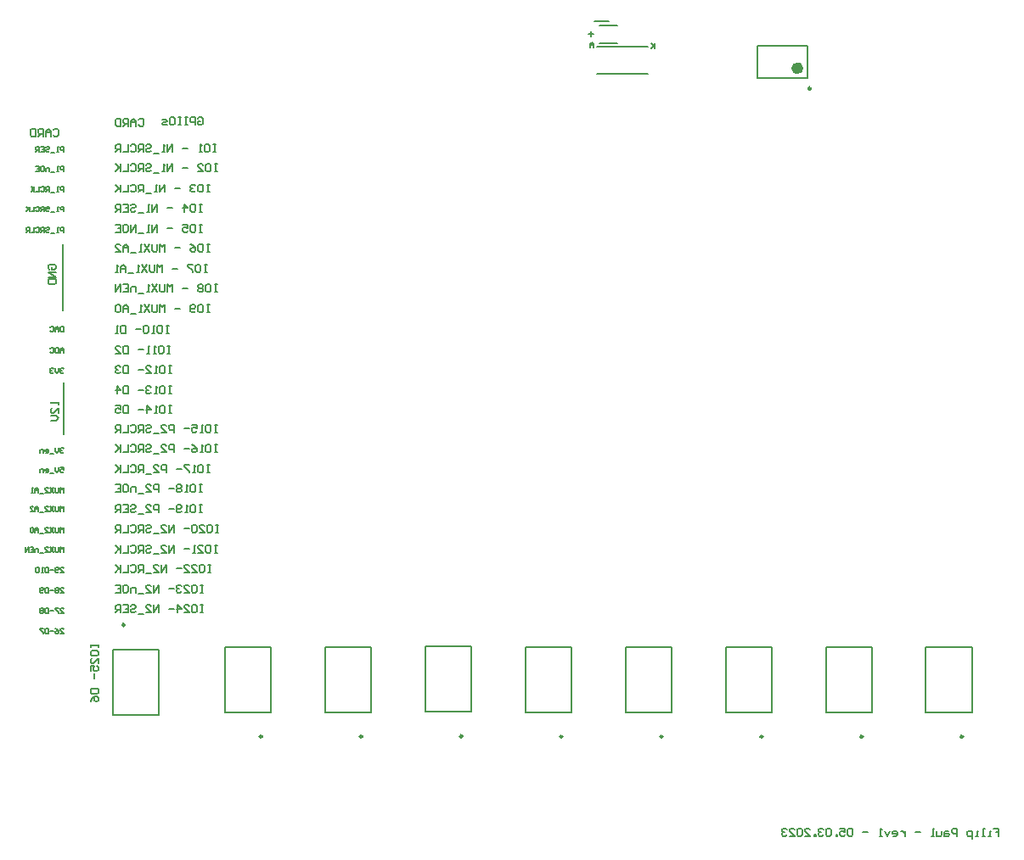
<source format=gbr>
%TF.GenerationSoftware,Altium Limited,Altium Designer,23.2.1 (34)*%
G04 Layer_Color=32896*
%FSLAX45Y45*%
%MOMM*%
%TF.SameCoordinates,83BFC8FC-9030-44E2-93D2-7D6D4A75544F*%
%TF.FilePolarity,Positive*%
%TF.FileFunction,Legend,Bot*%
%TF.Part,Single*%
G01*
G75*
%TA.AperFunction,NonConductor*%
%ADD82C,0.25000*%
%ADD83C,0.20000*%
%ADD85C,0.60000*%
%ADD88C,0.12700*%
%ADD91C,0.20320*%
%ADD92C,0.15000*%
D82*
X20289500Y3230000D02*
G03*
X20289500Y3230000I-12500J0D01*
G01*
X19291341D02*
G03*
X19291341Y3230000I-12500J0D01*
G01*
X18293181D02*
G03*
X18293181Y3230000I-12500J0D01*
G01*
X17295023D02*
G03*
X17295023Y3230000I-12500J0D01*
G01*
X16296863D02*
G03*
X16296863Y3230000I-12500J0D01*
G01*
X15298705Y3234052D02*
G03*
X15298705Y3234052I-12500J0D01*
G01*
X14300545Y3230000D02*
G03*
X14300545Y3230000I-12500J0D01*
G01*
X13302386D02*
G03*
X13302386Y3230000I-12500J0D01*
G01*
X11930180Y4344440D02*
G03*
X11930180Y4344440I-12500J0D01*
G01*
X18774159Y9699380D02*
G03*
X18774159Y9699380I-12500J0D01*
G01*
D83*
X19920000Y3475000D02*
Y4125000D01*
X20380000D01*
X19920000Y3475000D02*
X20380000D01*
Y4125000D01*
X18921840Y3475000D02*
Y4125000D01*
X19381841D01*
X18921840Y3475000D02*
X19381841D01*
Y4125000D01*
X17923682Y3475000D02*
Y4125000D01*
X18383681D01*
X17923682Y3475000D02*
X18383681D01*
Y4125000D01*
X16925522Y3475000D02*
Y4125000D01*
X17385522D01*
X16925522Y3475000D02*
X17385522D01*
Y4125000D01*
X15927364Y3475000D02*
Y4125000D01*
X16387363D01*
X15927364Y3475000D02*
X16387363D01*
Y4125000D01*
X14929204Y3479052D02*
Y4129052D01*
X15389204D01*
X14929204Y3479052D02*
X15389204D01*
Y4129052D01*
X13931046Y3475000D02*
Y4125000D01*
X14391045D01*
X13931046Y3475000D02*
X14391045D01*
Y4125000D01*
X12932886Y3475000D02*
Y4125000D01*
X13392886D01*
X12932886Y3475000D02*
X13392886D01*
Y4125000D01*
X12274680Y3449440D02*
Y4099440D01*
X11814680Y3449440D02*
X12274680D01*
X11814680Y4099440D02*
X12274680D01*
X11814680Y3449440D02*
Y4099440D01*
X16616240Y10368220D02*
X16756239D01*
X16641620Y10115400D02*
X17152020D01*
X16641620Y9849000D02*
X17152020D01*
X16558881Y10241280D02*
X16608881D01*
X16583881Y10216280D02*
Y10266280D01*
X16666380Y10151280D02*
X16846381D01*
X16666380Y10331280D02*
X16846381D01*
X18238660Y9801880D02*
X18738660D01*
X18238660Y10121880D02*
X18738660D01*
Y9801880D02*
Y10121880D01*
X18238660Y9801880D02*
Y10121880D01*
D85*
X18668660Y9901880D02*
G03*
X18668660Y9901880I-30000J0D01*
G01*
D88*
X11310620Y7487920D02*
Y8143240D01*
X11320780Y6248400D02*
Y6764020D01*
X17214320Y10147278D02*
Y10096495D01*
Y10113423D01*
X17180464Y10147278D01*
X17205856Y10121887D01*
X17180464Y10096495D01*
X16604720Y10109195D02*
Y10143051D01*
X16587791Y10159978D01*
X16570863Y10143051D01*
Y10109195D01*
Y10134587D01*
X16604720D01*
D91*
X12656970Y9397813D02*
X12669632Y9410475D01*
X12694957D01*
X12707620Y9397813D01*
Y9347163D01*
X12694957Y9334500D01*
X12669632D01*
X12656970Y9347163D01*
Y9372488D01*
X12682295D01*
X12631645Y9334500D02*
Y9410475D01*
X12593657D01*
X12580994Y9397813D01*
Y9372488D01*
X12593657Y9359825D01*
X12631645D01*
X12555669Y9410475D02*
X12530344D01*
X12543006D01*
Y9334500D01*
X12555669D01*
X12530344D01*
X12492356Y9410475D02*
X12467031D01*
X12479693D01*
Y9334500D01*
X12492356D01*
X12467031D01*
X12391055Y9410475D02*
X12416380D01*
X12429043Y9397813D01*
Y9347163D01*
X12416380Y9334500D01*
X12391055D01*
X12378393Y9347163D01*
Y9397813D01*
X12391055Y9410475D01*
X12353067Y9334500D02*
X12315080D01*
X12302417Y9347163D01*
X12315080Y9359825D01*
X12340405D01*
X12353067Y9372488D01*
X12340405Y9385150D01*
X12302417D01*
X20597009Y2313641D02*
X20647659D01*
Y2275653D01*
X20622334D01*
X20647659D01*
Y2237665D01*
X20571684D02*
X20546359D01*
X20559023D01*
Y2288315D01*
X20571684D01*
X20508371Y2237665D02*
X20483046D01*
X20495709D01*
Y2313641D01*
X20508371D01*
X20445058Y2237665D02*
X20419733D01*
X20432396D01*
Y2288315D01*
X20445058D01*
X20381744Y2212340D02*
Y2288315D01*
X20343758D01*
X20331094Y2275653D01*
Y2250328D01*
X20343758Y2237665D01*
X20381744D01*
X20229794D02*
Y2313641D01*
X20191808D01*
X20179144Y2300978D01*
Y2275653D01*
X20191808Y2262990D01*
X20229794D01*
X20141156Y2288315D02*
X20115831D01*
X20103169Y2275653D01*
Y2237665D01*
X20141156D01*
X20153819Y2250328D01*
X20141156Y2262990D01*
X20103169D01*
X20077844Y2288315D02*
Y2250328D01*
X20065181Y2237665D01*
X20027193D01*
Y2288315D01*
X20001868Y2237665D02*
X19976543D01*
X19989204D01*
Y2313641D01*
X20001868D01*
X19862579Y2275653D02*
X19811929D01*
X19710629Y2288315D02*
Y2237665D01*
Y2262990D01*
X19697966Y2275653D01*
X19685304Y2288315D01*
X19672641D01*
X19596664Y2237665D02*
X19621989D01*
X19634653Y2250328D01*
Y2275653D01*
X19621989Y2288315D01*
X19596664D01*
X19584003Y2275653D01*
Y2262990D01*
X19634653D01*
X19558678Y2288315D02*
X19533353Y2237665D01*
X19508028Y2288315D01*
X19482703Y2237665D02*
X19457378D01*
X19470039D01*
Y2313641D01*
X19482703Y2300978D01*
X19343414Y2275653D02*
X19292763D01*
X19191463Y2300978D02*
X19178799Y2313641D01*
X19153474D01*
X19140813Y2300978D01*
Y2250328D01*
X19153474Y2237665D01*
X19178799D01*
X19191463Y2250328D01*
Y2300978D01*
X19064838Y2313641D02*
X19115488D01*
Y2275653D01*
X19090163Y2288315D01*
X19077499D01*
X19064838Y2275653D01*
Y2250328D01*
X19077499Y2237665D01*
X19102824D01*
X19115488Y2250328D01*
X19039513Y2237665D02*
Y2250328D01*
X19026849D01*
Y2237665D01*
X19039513D01*
X18976199Y2300978D02*
X18963536Y2313641D01*
X18938211D01*
X18925548Y2300978D01*
Y2250328D01*
X18938211Y2237665D01*
X18963536D01*
X18976199Y2250328D01*
Y2300978D01*
X18900223D02*
X18887561Y2313641D01*
X18862236D01*
X18849573Y2300978D01*
Y2288315D01*
X18862236Y2275653D01*
X18874898D01*
X18862236D01*
X18849573Y2262990D01*
Y2250328D01*
X18862236Y2237665D01*
X18887561D01*
X18900223Y2250328D01*
X18824248Y2237665D02*
Y2250328D01*
X18811584D01*
Y2237665D01*
X18824248D01*
X18710284D02*
X18760934D01*
X18710284Y2288315D01*
Y2300978D01*
X18722948Y2313641D01*
X18748273D01*
X18760934Y2300978D01*
X18684959D02*
X18672298Y2313641D01*
X18646973D01*
X18634309Y2300978D01*
Y2250328D01*
X18646973Y2237665D01*
X18672298D01*
X18684959Y2250328D01*
Y2300978D01*
X18558333Y2237665D02*
X18608984D01*
X18558333Y2288315D01*
Y2300978D01*
X18570996Y2313641D01*
X18596321D01*
X18608984Y2300978D01*
X18533008D02*
X18520346Y2313641D01*
X18495021D01*
X18482358Y2300978D01*
Y2288315D01*
X18495021Y2275653D01*
X18507683D01*
X18495021D01*
X18482358Y2262990D01*
Y2250328D01*
X18495021Y2237665D01*
X18520346D01*
X18533008Y2250328D01*
X12713149Y4545618D02*
X12687824D01*
X12700486D01*
Y4469643D01*
X12713149D01*
X12687824D01*
X12611848Y4545618D02*
X12637173D01*
X12649836Y4532956D01*
Y4482305D01*
X12637173Y4469643D01*
X12611848D01*
X12599186Y4482305D01*
Y4532956D01*
X12611848Y4545618D01*
X12523210Y4469643D02*
X12573861D01*
X12523210Y4520293D01*
Y4532956D01*
X12535873Y4545618D01*
X12561198D01*
X12573861Y4532956D01*
X12459897Y4469643D02*
Y4545618D01*
X12497885Y4507630D01*
X12447235D01*
X12421910D02*
X12371259D01*
X12269959Y4469643D02*
Y4545618D01*
X12219308Y4469643D01*
Y4545618D01*
X12143333Y4469643D02*
X12193983D01*
X12143333Y4520293D01*
Y4532956D01*
X12155996Y4545618D01*
X12181321D01*
X12193983Y4532956D01*
X12118008Y4456980D02*
X12067357D01*
X11991382Y4532956D02*
X12004045Y4545618D01*
X12029370D01*
X12042032Y4532956D01*
Y4520293D01*
X12029370Y4507630D01*
X12004045D01*
X11991382Y4494968D01*
Y4482305D01*
X12004045Y4469643D01*
X12029370D01*
X12042032Y4482305D01*
X11915406Y4545618D02*
X11966057D01*
Y4469643D01*
X11915406D01*
X11966057Y4507630D02*
X11940732D01*
X11890081Y4469643D02*
Y4545618D01*
X11852094D01*
X11839431Y4532956D01*
Y4507630D01*
X11852094Y4494968D01*
X11890081D01*
X11864756D02*
X11839431Y4469643D01*
X12396585Y6728535D02*
X12371260D01*
X12383922D01*
Y6652560D01*
X12396585D01*
X12371260D01*
X12295284Y6728535D02*
X12320609D01*
X12333272Y6715873D01*
Y6665223D01*
X12320609Y6652560D01*
X12295284D01*
X12282621Y6665223D01*
Y6715873D01*
X12295284Y6728535D01*
X12257296Y6652560D02*
X12231971D01*
X12244634D01*
Y6728535D01*
X12257296Y6715873D01*
X12193983D02*
X12181321Y6728535D01*
X12155996D01*
X12143333Y6715873D01*
Y6703210D01*
X12155996Y6690548D01*
X12168658D01*
X12155996D01*
X12143333Y6677885D01*
Y6665223D01*
X12155996Y6652560D01*
X12181321D01*
X12193983Y6665223D01*
X12118008Y6690548D02*
X12067357D01*
X11966057Y6728535D02*
Y6652560D01*
X11928069D01*
X11915406Y6665223D01*
Y6715873D01*
X11928069Y6728535D01*
X11966057D01*
X11852094Y6652560D02*
Y6728535D01*
X11890081Y6690548D01*
X11839431D01*
X12396585Y6532955D02*
X12371260D01*
X12383922D01*
Y6456980D01*
X12396585D01*
X12371260D01*
X12295284Y6532955D02*
X12320609D01*
X12333272Y6520293D01*
Y6469643D01*
X12320609Y6456980D01*
X12295284D01*
X12282621Y6469643D01*
Y6520293D01*
X12295284Y6532955D01*
X12257296Y6456980D02*
X12231971D01*
X12244634D01*
Y6532955D01*
X12257296Y6520293D01*
X12155996Y6456980D02*
Y6532955D01*
X12193983Y6494968D01*
X12143333D01*
X12118008D02*
X12067357D01*
X11966057Y6532955D02*
Y6456980D01*
X11928069D01*
X11915406Y6469643D01*
Y6520293D01*
X11928069Y6532955D01*
X11966057D01*
X11839431D02*
X11890081D01*
Y6494968D01*
X11864756Y6507630D01*
X11852094D01*
X11839431Y6494968D01*
Y6469643D01*
X11852094Y6456980D01*
X11877419D01*
X11890081Y6469643D01*
X12383922Y7128535D02*
X12358597D01*
X12371260D01*
Y7052560D01*
X12383922D01*
X12358597D01*
X12282622Y7128535D02*
X12307947D01*
X12320609Y7115873D01*
Y7065223D01*
X12307947Y7052560D01*
X12282622D01*
X12269959Y7065223D01*
Y7115873D01*
X12282622Y7128535D01*
X12244634Y7052560D02*
X12219309D01*
X12231971D01*
Y7128535D01*
X12244634Y7115873D01*
X12181321Y7052560D02*
X12155996D01*
X12168658D01*
Y7128535D01*
X12181321Y7115873D01*
X12118008Y7090548D02*
X12067357D01*
X11966057Y7128535D02*
Y7052560D01*
X11928069D01*
X11915406Y7065223D01*
Y7115873D01*
X11928069Y7128535D01*
X11966057D01*
X11839431Y7052560D02*
X11890081D01*
X11839431Y7103210D01*
Y7115873D01*
X11852094Y7128535D01*
X11877419D01*
X11890081Y7115873D01*
X12396585Y6932955D02*
X12371260D01*
X12383922D01*
Y6856980D01*
X12396585D01*
X12371260D01*
X12295284Y6932955D02*
X12320609D01*
X12333272Y6920293D01*
Y6869643D01*
X12320609Y6856980D01*
X12295284D01*
X12282621Y6869643D01*
Y6920293D01*
X12295284Y6932955D01*
X12257296Y6856980D02*
X12231971D01*
X12244634D01*
Y6932955D01*
X12257296Y6920293D01*
X12143333Y6856980D02*
X12193983D01*
X12143333Y6907630D01*
Y6920293D01*
X12155996Y6932955D01*
X12181321D01*
X12193983Y6920293D01*
X12118008Y6894968D02*
X12067357D01*
X11966057Y6932955D02*
Y6856980D01*
X11928069D01*
X11915406Y6869643D01*
Y6920293D01*
X11928069Y6932955D01*
X11966057D01*
X11890081Y6920293D02*
X11877419Y6932955D01*
X11852094D01*
X11839431Y6920293D01*
Y6907630D01*
X11852094Y6894968D01*
X11864756D01*
X11852094D01*
X11839431Y6882305D01*
Y6869643D01*
X11852094Y6856980D01*
X11877419D01*
X11890081Y6869643D01*
X12371259Y7332955D02*
X12345934D01*
X12358597D01*
Y7256980D01*
X12371259D01*
X12345934D01*
X12269959Y7332955D02*
X12295284D01*
X12307946Y7320293D01*
Y7269643D01*
X12295284Y7256980D01*
X12269959D01*
X12257296Y7269643D01*
Y7320293D01*
X12269959Y7332955D01*
X12231971Y7256980D02*
X12206646D01*
X12219308D01*
Y7332955D01*
X12231971Y7320293D01*
X12168658D02*
X12155995Y7332955D01*
X12130670D01*
X12118008Y7320293D01*
Y7269643D01*
X12130670Y7256980D01*
X12155995D01*
X12168658Y7269643D01*
Y7320293D01*
X12092682Y7294968D02*
X12042032D01*
X11940732Y7332955D02*
Y7256980D01*
X11902744D01*
X11890081Y7269643D01*
Y7320293D01*
X11902744Y7332955D01*
X11940732D01*
X11864756Y7256980D02*
X11839431D01*
X11852093D01*
Y7332955D01*
X11864756Y7320293D01*
X12776462Y7541198D02*
X12751137D01*
X12763799D01*
Y7465223D01*
X12776462D01*
X12751137D01*
X12675161Y7541198D02*
X12700486D01*
X12713149Y7528536D01*
Y7477885D01*
X12700486Y7465223D01*
X12675161D01*
X12662499Y7477885D01*
Y7528536D01*
X12675161Y7541198D01*
X12637174Y7477885D02*
X12624511Y7465223D01*
X12599186D01*
X12586523Y7477885D01*
Y7528536D01*
X12599186Y7541198D01*
X12624511D01*
X12637174Y7528536D01*
Y7515873D01*
X12624511Y7503210D01*
X12586523D01*
X12485223D02*
X12434572D01*
X12333272Y7465223D02*
Y7541198D01*
X12307947Y7515873D01*
X12282621Y7541198D01*
Y7465223D01*
X12257296Y7541198D02*
Y7477885D01*
X12244634Y7465223D01*
X12219309D01*
X12206646Y7477885D01*
Y7541198D01*
X12181321D02*
X12130670Y7465223D01*
Y7541198D02*
X12181321Y7465223D01*
X12105345D02*
X12080020D01*
X12092683D01*
Y7541198D01*
X12105345Y7528536D01*
X12042032Y7452560D02*
X11991382D01*
X11966057Y7465223D02*
Y7515873D01*
X11940732Y7541198D01*
X11915406Y7515873D01*
Y7465223D01*
Y7503210D01*
X11966057D01*
X11890081Y7528536D02*
X11877419Y7541198D01*
X11852094D01*
X11839431Y7528536D01*
Y7477885D01*
X11852094Y7465223D01*
X11877419D01*
X11890081Y7477885D01*
Y7528536D01*
X12776462Y8145618D02*
X12751137D01*
X12763799D01*
Y8069642D01*
X12776462D01*
X12751137D01*
X12675161Y8145618D02*
X12700486D01*
X12713149Y8132956D01*
Y8082305D01*
X12700486Y8069642D01*
X12675161D01*
X12662499Y8082305D01*
Y8132956D01*
X12675161Y8145618D01*
X12586523D02*
X12611849Y8132956D01*
X12637174Y8107630D01*
Y8082305D01*
X12624511Y8069642D01*
X12599186D01*
X12586523Y8082305D01*
Y8094968D01*
X12599186Y8107630D01*
X12637174D01*
X12485223D02*
X12434572D01*
X12333272Y8069642D02*
Y8145618D01*
X12307947Y8120293D01*
X12282621Y8145618D01*
Y8069642D01*
X12257296Y8145618D02*
Y8082305D01*
X12244634Y8069642D01*
X12219309D01*
X12206646Y8082305D01*
Y8145618D01*
X12181321D02*
X12130670Y8069642D01*
Y8145618D02*
X12181321Y8069642D01*
X12105345D02*
X12080020D01*
X12092683D01*
Y8145618D01*
X12105345Y8132956D01*
X12042032Y8056980D02*
X11991382D01*
X11966057Y8069642D02*
Y8120293D01*
X11940732Y8145618D01*
X11915406Y8120293D01*
Y8069642D01*
Y8107630D01*
X11966057D01*
X11839431Y8069642D02*
X11890081D01*
X11839431Y8120293D01*
Y8132956D01*
X11852094Y8145618D01*
X11877419D01*
X11890081Y8132956D01*
X12776462Y8741198D02*
X12751137D01*
X12763799D01*
Y8665223D01*
X12776462D01*
X12751137D01*
X12675161Y8741198D02*
X12700486D01*
X12713149Y8728536D01*
Y8677885D01*
X12700486Y8665223D01*
X12675161D01*
X12662499Y8677885D01*
Y8728536D01*
X12675161Y8741198D01*
X12637174Y8728536D02*
X12624511Y8741198D01*
X12599186D01*
X12586523Y8728536D01*
Y8715873D01*
X12599186Y8703210D01*
X12611849D01*
X12599186D01*
X12586523Y8690548D01*
Y8677885D01*
X12599186Y8665223D01*
X12624511D01*
X12637174Y8677885D01*
X12485223Y8703210D02*
X12434572D01*
X12333272Y8665223D02*
Y8741198D01*
X12282621Y8665223D01*
Y8741198D01*
X12257296Y8665223D02*
X12231971D01*
X12244634D01*
Y8741198D01*
X12257296Y8728536D01*
X12193983Y8652560D02*
X12143333D01*
X12118008Y8665223D02*
Y8741198D01*
X12080020D01*
X12067357Y8728536D01*
Y8703210D01*
X12080020Y8690548D01*
X12118008D01*
X12092683D02*
X12067357Y8665223D01*
X11991382Y8728536D02*
X12004045Y8741198D01*
X12029370D01*
X12042032Y8728536D01*
Y8677885D01*
X12029370Y8665223D01*
X12004045D01*
X11991382Y8677885D01*
X11966057Y8741198D02*
Y8665223D01*
X11915406D01*
X11890081Y8741198D02*
Y8665223D01*
Y8690548D01*
X11839431Y8741198D01*
X11877419Y8703210D01*
X11839431Y8665223D01*
X12700487Y8341198D02*
X12675162D01*
X12687824D01*
Y8265222D01*
X12700487D01*
X12675162D01*
X12599186Y8341198D02*
X12624511D01*
X12637174Y8328536D01*
Y8277885D01*
X12624511Y8265222D01*
X12599186D01*
X12586523Y8277885D01*
Y8328536D01*
X12599186Y8341198D01*
X12510548D02*
X12561198D01*
Y8303210D01*
X12535873Y8315873D01*
X12523210D01*
X12510548Y8303210D01*
Y8277885D01*
X12523210Y8265222D01*
X12548535D01*
X12561198Y8277885D01*
X12409247Y8303210D02*
X12358597D01*
X12257296Y8265222D02*
Y8341198D01*
X12206646Y8265222D01*
Y8341198D01*
X12181321Y8265222D02*
X12155996D01*
X12168658D01*
Y8341198D01*
X12181321Y8328536D01*
X12118008Y8252560D02*
X12067357D01*
X12042032Y8265222D02*
Y8341198D01*
X11991382Y8265222D01*
Y8341198D01*
X11928069D02*
X11953394D01*
X11966057Y8328536D01*
Y8277885D01*
X11953394Y8265222D01*
X11928069D01*
X11915406Y8277885D01*
Y8328536D01*
X11928069Y8341198D01*
X11839431D02*
X11890081D01*
Y8265222D01*
X11839431D01*
X11890081Y8303210D02*
X11864756D01*
X12852438Y7745618D02*
X12827113D01*
X12839775D01*
Y7669643D01*
X12852438D01*
X12827113D01*
X12751137Y7745618D02*
X12776462D01*
X12789125Y7732956D01*
Y7682305D01*
X12776462Y7669643D01*
X12751137D01*
X12738474Y7682305D01*
Y7732956D01*
X12751137Y7745618D01*
X12713149Y7732956D02*
X12700486Y7745618D01*
X12675161D01*
X12662499Y7732956D01*
Y7720293D01*
X12675161Y7707630D01*
X12662499Y7694968D01*
Y7682305D01*
X12675161Y7669643D01*
X12700486D01*
X12713149Y7682305D01*
Y7694968D01*
X12700486Y7707630D01*
X12713149Y7720293D01*
Y7732956D01*
X12700486Y7707630D02*
X12675161D01*
X12561198D02*
X12510548D01*
X12409247Y7669643D02*
Y7745618D01*
X12383922Y7720293D01*
X12358597Y7745618D01*
Y7669643D01*
X12333272Y7745618D02*
Y7682305D01*
X12320609Y7669643D01*
X12295284D01*
X12282621Y7682305D01*
Y7745618D01*
X12257296D02*
X12206646Y7669643D01*
Y7745618D02*
X12257296Y7669643D01*
X12181321D02*
X12155996D01*
X12168658D01*
Y7745618D01*
X12181321Y7732956D01*
X12118008Y7656980D02*
X12067357D01*
X12042032Y7669643D02*
Y7720293D01*
X12004045D01*
X11991382Y7707630D01*
Y7669643D01*
X11915406Y7745618D02*
X11966057D01*
Y7669643D01*
X11915406D01*
X11966057Y7707630D02*
X11940732D01*
X11890081Y7669643D02*
Y7745618D01*
X11839431Y7669643D01*
Y7745618D01*
X12700487Y8545618D02*
X12675162D01*
X12687824D01*
Y8469643D01*
X12700487D01*
X12675162D01*
X12599186Y8545618D02*
X12624511D01*
X12637174Y8532956D01*
Y8482305D01*
X12624511Y8469643D01*
X12599186D01*
X12586523Y8482305D01*
Y8532956D01*
X12599186Y8545618D01*
X12523210Y8469643D02*
Y8545618D01*
X12561198Y8507630D01*
X12510548D01*
X12409247D02*
X12358597D01*
X12257296Y8469643D02*
Y8545618D01*
X12206646Y8469643D01*
Y8545618D01*
X12181321Y8469643D02*
X12155996D01*
X12168658D01*
Y8545618D01*
X12181321Y8532956D01*
X12118008Y8456980D02*
X12067357D01*
X11991382Y8532956D02*
X12004045Y8545618D01*
X12029370D01*
X12042032Y8532956D01*
Y8520293D01*
X12029370Y8507630D01*
X12004045D01*
X11991382Y8494968D01*
Y8482305D01*
X12004045Y8469643D01*
X12029370D01*
X12042032Y8482305D01*
X11915406Y8545618D02*
X11966057D01*
Y8469643D01*
X11915406D01*
X11966057Y8507630D02*
X11940732D01*
X11890081Y8469643D02*
Y8545618D01*
X11852094D01*
X11839431Y8532956D01*
Y8507630D01*
X11852094Y8494968D01*
X11890081D01*
X11864756D02*
X11839431Y8469643D01*
X12852438Y8945618D02*
X12827113D01*
X12839775D01*
Y8869643D01*
X12852438D01*
X12827113D01*
X12751137Y8945618D02*
X12776462D01*
X12789125Y8932956D01*
Y8882305D01*
X12776462Y8869643D01*
X12751137D01*
X12738474Y8882305D01*
Y8932956D01*
X12751137Y8945618D01*
X12662499Y8869643D02*
X12713149D01*
X12662499Y8920293D01*
Y8932956D01*
X12675161Y8945618D01*
X12700486D01*
X12713149Y8932956D01*
X12561198Y8907630D02*
X12510548D01*
X12409247Y8869643D02*
Y8945618D01*
X12358597Y8869643D01*
Y8945618D01*
X12333272Y8869643D02*
X12307947D01*
X12320609D01*
Y8945618D01*
X12333272Y8932956D01*
X12269959Y8856980D02*
X12219308D01*
X12143333Y8932956D02*
X12155996Y8945618D01*
X12181321D01*
X12193983Y8932956D01*
Y8920293D01*
X12181321Y8907630D01*
X12155996D01*
X12143333Y8894968D01*
Y8882305D01*
X12155996Y8869643D01*
X12181321D01*
X12193983Y8882305D01*
X12118008Y8869643D02*
Y8945618D01*
X12080020D01*
X12067357Y8932956D01*
Y8907630D01*
X12080020Y8894968D01*
X12118008D01*
X12092683D02*
X12067357Y8869643D01*
X11991382Y8932956D02*
X12004045Y8945618D01*
X12029370D01*
X12042032Y8932956D01*
Y8882305D01*
X12029370Y8869643D01*
X12004045D01*
X11991382Y8882305D01*
X11966057Y8945618D02*
Y8869643D01*
X11915406D01*
X11890081Y8945618D02*
Y8869643D01*
Y8894968D01*
X11839431Y8945618D01*
X11877419Y8907630D01*
X11839431Y8869643D01*
X12751137Y7941198D02*
X12725812D01*
X12738474D01*
Y7865223D01*
X12751137D01*
X12725812D01*
X12649836Y7941198D02*
X12675161D01*
X12687824Y7928536D01*
Y7877885D01*
X12675161Y7865223D01*
X12649836D01*
X12637173Y7877885D01*
Y7928536D01*
X12649836Y7941198D01*
X12611848D02*
X12561198D01*
Y7928536D01*
X12611848Y7877885D01*
Y7865223D01*
X12459897Y7903210D02*
X12409247D01*
X12307946Y7865223D02*
Y7941198D01*
X12282621Y7915873D01*
X12257296Y7941198D01*
Y7865223D01*
X12231971Y7941198D02*
Y7877885D01*
X12219308Y7865223D01*
X12193983D01*
X12181321Y7877885D01*
Y7941198D01*
X12155996D02*
X12105345Y7865223D01*
Y7941198D02*
X12155996Y7865223D01*
X12080020D02*
X12054695D01*
X12067357D01*
Y7941198D01*
X12080020Y7928536D01*
X12016707Y7852560D02*
X11966057D01*
X11940732Y7865223D02*
Y7915873D01*
X11915406Y7941198D01*
X11890081Y7915873D01*
Y7865223D01*
Y7903210D01*
X11940732D01*
X11864756Y7865223D02*
X11839431D01*
X11852093D01*
Y7941198D01*
X11864756Y7928536D01*
X12839775Y9141198D02*
X12814450D01*
X12827113D01*
Y9065223D01*
X12839775D01*
X12814450D01*
X12738474Y9141198D02*
X12763799D01*
X12776462Y9128536D01*
Y9077885D01*
X12763799Y9065223D01*
X12738474D01*
X12725812Y9077885D01*
Y9128536D01*
X12738474Y9141198D01*
X12700487Y9065223D02*
X12675162D01*
X12687824D01*
Y9141198D01*
X12700487Y9128536D01*
X12561198Y9103210D02*
X12510548D01*
X12409247Y9065223D02*
Y9141198D01*
X12358597Y9065223D01*
Y9141198D01*
X12333272Y9065223D02*
X12307947D01*
X12320609D01*
Y9141198D01*
X12333272Y9128536D01*
X12269959Y9052560D02*
X12219308D01*
X12143333Y9128536D02*
X12155996Y9141198D01*
X12181321D01*
X12193983Y9128536D01*
Y9115873D01*
X12181321Y9103210D01*
X12155996D01*
X12143333Y9090548D01*
Y9077885D01*
X12155996Y9065223D01*
X12181321D01*
X12193983Y9077885D01*
X12118008Y9065223D02*
Y9141198D01*
X12080020D01*
X12067357Y9128536D01*
Y9103210D01*
X12080020Y9090548D01*
X12118008D01*
X12092683D02*
X12067357Y9065223D01*
X11991382Y9128536D02*
X12004045Y9141198D01*
X12029370D01*
X12042032Y9128536D01*
Y9077885D01*
X12029370Y9065223D01*
X12004045D01*
X11991382Y9077885D01*
X11966057Y9141198D02*
Y9065223D01*
X11915406D01*
X11890081D02*
Y9141198D01*
X11852094D01*
X11839431Y9128536D01*
Y9103210D01*
X11852094Y9090548D01*
X11890081D01*
X11864756D02*
X11839431Y9065223D01*
X12713149Y4741198D02*
X12687824D01*
X12700486D01*
Y4665223D01*
X12713149D01*
X12687824D01*
X12611848Y4741198D02*
X12637173D01*
X12649836Y4728536D01*
Y4677885D01*
X12637173Y4665223D01*
X12611848D01*
X12599186Y4677885D01*
Y4728536D01*
X12611848Y4741198D01*
X12523210Y4665223D02*
X12573861D01*
X12523210Y4715873D01*
Y4728536D01*
X12535873Y4741198D01*
X12561198D01*
X12573861Y4728536D01*
X12497885D02*
X12485222Y4741198D01*
X12459897D01*
X12447235Y4728536D01*
Y4715873D01*
X12459897Y4703210D01*
X12472560D01*
X12459897D01*
X12447235Y4690548D01*
Y4677885D01*
X12459897Y4665223D01*
X12485222D01*
X12497885Y4677885D01*
X12421910Y4703210D02*
X12371259D01*
X12269959Y4665223D02*
Y4741198D01*
X12219308Y4665223D01*
Y4741198D01*
X12143333Y4665223D02*
X12193983D01*
X12143333Y4715873D01*
Y4728536D01*
X12155996Y4741198D01*
X12181321D01*
X12193983Y4728536D01*
X12118008Y4652560D02*
X12067357D01*
X12042032Y4665223D02*
Y4715873D01*
X12004045D01*
X11991382Y4703210D01*
Y4665223D01*
X11928069Y4741198D02*
X11953394D01*
X11966057Y4728536D01*
Y4677885D01*
X11953394Y4665223D01*
X11928069D01*
X11915406Y4677885D01*
Y4728536D01*
X11928069Y4741198D01*
X11839431D02*
X11890081D01*
Y4665223D01*
X11839431D01*
X11890081Y4703210D02*
X11864756D01*
X11590245Y4150360D02*
Y4125035D01*
Y4137697D01*
X11666220D01*
Y4150360D01*
Y4125035D01*
X11590245Y4049059D02*
Y4074384D01*
X11602907Y4087047D01*
X11653557D01*
X11666220Y4074384D01*
Y4049059D01*
X11653557Y4036397D01*
X11602907D01*
X11590245Y4049059D01*
X11666220Y3960421D02*
Y4011071D01*
X11615570Y3960421D01*
X11602907D01*
X11590245Y3973084D01*
Y3998409D01*
X11602907Y4011071D01*
X11590245Y3884446D02*
Y3935096D01*
X11628232D01*
X11615570Y3909771D01*
Y3897108D01*
X11628232Y3884446D01*
X11653557D01*
X11666220Y3897108D01*
Y3922433D01*
X11653557Y3935096D01*
X11628232Y3859121D02*
Y3808470D01*
X11590245Y3707170D02*
X11666220D01*
Y3669182D01*
X11653557Y3656519D01*
X11602907D01*
X11590245Y3669182D01*
Y3707170D01*
Y3580544D02*
X11602907Y3605869D01*
X11628232Y3631194D01*
X11653557D01*
X11666220Y3618531D01*
Y3593206D01*
X11653557Y3580544D01*
X11640895D01*
X11628232Y3593206D01*
Y3631194D01*
X12852438Y5141198D02*
X12827113D01*
X12839775D01*
Y5065223D01*
X12852438D01*
X12827113D01*
X12751137Y5141198D02*
X12776462D01*
X12789125Y5128536D01*
Y5077885D01*
X12776462Y5065223D01*
X12751137D01*
X12738474Y5077885D01*
Y5128536D01*
X12751137Y5141198D01*
X12662499Y5065223D02*
X12713149D01*
X12662499Y5115873D01*
Y5128536D01*
X12675161Y5141198D01*
X12700486D01*
X12713149Y5128536D01*
X12637174Y5065223D02*
X12611849D01*
X12624511D01*
Y5141198D01*
X12637174Y5128536D01*
X12573861Y5103210D02*
X12523210D01*
X12421910Y5065223D02*
Y5141198D01*
X12371259Y5065223D01*
Y5141198D01*
X12295284Y5065223D02*
X12345934D01*
X12295284Y5115873D01*
Y5128536D01*
X12307946Y5141198D01*
X12333271D01*
X12345934Y5128536D01*
X12269959Y5052560D02*
X12219308D01*
X12143333Y5128536D02*
X12155996Y5141198D01*
X12181321D01*
X12193983Y5128536D01*
Y5115873D01*
X12181321Y5103210D01*
X12155996D01*
X12143333Y5090548D01*
Y5077885D01*
X12155996Y5065223D01*
X12181321D01*
X12193983Y5077885D01*
X12118008Y5065223D02*
Y5141198D01*
X12080020D01*
X12067357Y5128536D01*
Y5103210D01*
X12080020Y5090548D01*
X12118008D01*
X12092683D02*
X12067357Y5065223D01*
X11991382Y5128536D02*
X12004045Y5141198D01*
X12029370D01*
X12042032Y5128536D01*
Y5077885D01*
X12029370Y5065223D01*
X12004045D01*
X11991382Y5077885D01*
X11966057Y5141198D02*
Y5065223D01*
X11915406D01*
X11890081Y5141198D02*
Y5065223D01*
Y5090548D01*
X11839431Y5141198D01*
X11877419Y5103210D01*
X11839431Y5065223D01*
X12852438Y6341198D02*
X12827113D01*
X12839775D01*
Y6265223D01*
X12852438D01*
X12827113D01*
X12751137Y6341198D02*
X12776462D01*
X12789125Y6328536D01*
Y6277885D01*
X12776462Y6265223D01*
X12751137D01*
X12738474Y6277885D01*
Y6328536D01*
X12751137Y6341198D01*
X12713149Y6265223D02*
X12687824D01*
X12700486D01*
Y6341198D01*
X12713149Y6328536D01*
X12599186Y6341198D02*
X12649836D01*
Y6303210D01*
X12624511Y6315873D01*
X12611848D01*
X12599186Y6303210D01*
Y6277885D01*
X12611848Y6265223D01*
X12637173D01*
X12649836Y6277885D01*
X12573861Y6303210D02*
X12523210D01*
X12421910Y6265223D02*
Y6341198D01*
X12383922D01*
X12371259Y6328536D01*
Y6303210D01*
X12383922Y6290548D01*
X12421910D01*
X12295284Y6265223D02*
X12345934D01*
X12295284Y6315873D01*
Y6328536D01*
X12307946Y6341198D01*
X12333271D01*
X12345934Y6328536D01*
X12269959Y6252560D02*
X12219308D01*
X12143333Y6328536D02*
X12155996Y6341198D01*
X12181321D01*
X12193983Y6328536D01*
Y6315873D01*
X12181321Y6303210D01*
X12155996D01*
X12143333Y6290548D01*
Y6277885D01*
X12155996Y6265223D01*
X12181321D01*
X12193983Y6277885D01*
X12118008Y6265223D02*
Y6341198D01*
X12080020D01*
X12067357Y6328536D01*
Y6303210D01*
X12080020Y6290548D01*
X12118008D01*
X12092683D02*
X12067357Y6265223D01*
X11991382Y6328536D02*
X12004045Y6341198D01*
X12029370D01*
X12042032Y6328536D01*
Y6277885D01*
X12029370Y6265223D01*
X12004045D01*
X11991382Y6277885D01*
X11966057Y6341198D02*
Y6265223D01*
X11915406D01*
X11890081D02*
Y6341198D01*
X11852094D01*
X11839431Y6328536D01*
Y6303210D01*
X11852094Y6290548D01*
X11890081D01*
X11864756D02*
X11839431Y6265223D01*
X12700487Y5541198D02*
X12675162D01*
X12687824D01*
Y5465222D01*
X12700487D01*
X12675162D01*
X12599186Y5541198D02*
X12624511D01*
X12637174Y5528536D01*
Y5477885D01*
X12624511Y5465222D01*
X12599186D01*
X12586523Y5477885D01*
Y5528536D01*
X12599186Y5541198D01*
X12561198Y5465222D02*
X12535873D01*
X12548535D01*
Y5541198D01*
X12561198Y5528536D01*
X12497885Y5477885D02*
X12485222Y5465222D01*
X12459897D01*
X12447235Y5477885D01*
Y5528536D01*
X12459897Y5541198D01*
X12485222D01*
X12497885Y5528536D01*
Y5515873D01*
X12485222Y5503210D01*
X12447235D01*
X12421910D02*
X12371259D01*
X12269959Y5465222D02*
Y5541198D01*
X12231971D01*
X12219308Y5528536D01*
Y5503210D01*
X12231971Y5490548D01*
X12269959D01*
X12143333Y5465222D02*
X12193983D01*
X12143333Y5515873D01*
Y5528536D01*
X12155996Y5541198D01*
X12181321D01*
X12193983Y5528536D01*
X12118008Y5452560D02*
X12067357D01*
X11991382Y5528536D02*
X12004045Y5541198D01*
X12029370D01*
X12042032Y5528536D01*
Y5515873D01*
X12029370Y5503210D01*
X12004045D01*
X11991382Y5490548D01*
Y5477885D01*
X12004045Y5465222D01*
X12029370D01*
X12042032Y5477885D01*
X11915406Y5541198D02*
X11966057D01*
Y5465222D01*
X11915406D01*
X11966057Y5503210D02*
X11940732D01*
X11890081Y5465222D02*
Y5541198D01*
X11852094D01*
X11839431Y5528536D01*
Y5503210D01*
X11852094Y5490548D01*
X11890081D01*
X11864756D02*
X11839431Y5465222D01*
X12700487Y5745618D02*
X12675162D01*
X12687824D01*
Y5669643D01*
X12700487D01*
X12675162D01*
X12599186Y5745618D02*
X12624511D01*
X12637174Y5732956D01*
Y5682305D01*
X12624511Y5669643D01*
X12599186D01*
X12586523Y5682305D01*
Y5732956D01*
X12599186Y5745618D01*
X12561198Y5669643D02*
X12535873D01*
X12548535D01*
Y5745618D01*
X12561198Y5732956D01*
X12497885D02*
X12485222Y5745618D01*
X12459897D01*
X12447235Y5732956D01*
Y5720293D01*
X12459897Y5707630D01*
X12447235Y5694968D01*
Y5682305D01*
X12459897Y5669643D01*
X12485222D01*
X12497885Y5682305D01*
Y5694968D01*
X12485222Y5707630D01*
X12497885Y5720293D01*
Y5732956D01*
X12485222Y5707630D02*
X12459897D01*
X12421910D02*
X12371259D01*
X12269959Y5669643D02*
Y5745618D01*
X12231971D01*
X12219308Y5732956D01*
Y5707630D01*
X12231971Y5694968D01*
X12269959D01*
X12143333Y5669643D02*
X12193983D01*
X12143333Y5720293D01*
Y5732956D01*
X12155996Y5745618D01*
X12181321D01*
X12193983Y5732956D01*
X12118008Y5656980D02*
X12067357D01*
X12042032Y5669643D02*
Y5720293D01*
X12004045D01*
X11991382Y5707630D01*
Y5669643D01*
X11928069Y5745618D02*
X11953394D01*
X11966057Y5732956D01*
Y5682305D01*
X11953394Y5669643D01*
X11928069D01*
X11915406Y5682305D01*
Y5732956D01*
X11928069Y5745618D01*
X11839431D02*
X11890081D01*
Y5669643D01*
X11839431D01*
X11890081Y5707630D02*
X11864756D01*
X12789125Y4945618D02*
X12763799D01*
X12776462D01*
Y4869643D01*
X12789125D01*
X12763799D01*
X12687824Y4945618D02*
X12713149D01*
X12725811Y4932956D01*
Y4882305D01*
X12713149Y4869643D01*
X12687824D01*
X12675161Y4882305D01*
Y4932956D01*
X12687824Y4945618D01*
X12599186Y4869643D02*
X12649836D01*
X12599186Y4920293D01*
Y4932956D01*
X12611848Y4945618D01*
X12637173D01*
X12649836Y4932956D01*
X12523210Y4869643D02*
X12573861D01*
X12523210Y4920293D01*
Y4932956D01*
X12535873Y4945618D01*
X12561198D01*
X12573861Y4932956D01*
X12497885Y4907630D02*
X12447235D01*
X12345934Y4869643D02*
Y4945618D01*
X12295284Y4869643D01*
Y4945618D01*
X12219308Y4869643D02*
X12269959D01*
X12219308Y4920293D01*
Y4932956D01*
X12231971Y4945618D01*
X12257296D01*
X12269959Y4932956D01*
X12193983Y4856980D02*
X12143333D01*
X12118008Y4869643D02*
Y4945618D01*
X12080020D01*
X12067357Y4932956D01*
Y4907630D01*
X12080020Y4894968D01*
X12118008D01*
X12092683D02*
X12067357Y4869643D01*
X11991382Y4932956D02*
X12004045Y4945618D01*
X12029370D01*
X12042032Y4932956D01*
Y4882305D01*
X12029370Y4869643D01*
X12004045D01*
X11991382Y4882305D01*
X11966057Y4945618D02*
Y4869643D01*
X11915406D01*
X11890081Y4945618D02*
Y4869643D01*
Y4894968D01*
X11839431Y4945618D01*
X11877419Y4907630D01*
X11839431Y4869643D01*
X12776462Y5941198D02*
X12751137D01*
X12763799D01*
Y5865223D01*
X12776462D01*
X12751137D01*
X12675161Y5941198D02*
X12700486D01*
X12713149Y5928536D01*
Y5877885D01*
X12700486Y5865223D01*
X12675161D01*
X12662499Y5877885D01*
Y5928536D01*
X12675161Y5941198D01*
X12637174Y5865223D02*
X12611849D01*
X12624511D01*
Y5941198D01*
X12637174Y5928536D01*
X12573861Y5941198D02*
X12523210D01*
Y5928536D01*
X12573861Y5877885D01*
Y5865223D01*
X12497885Y5903210D02*
X12447235D01*
X12345934Y5865223D02*
Y5941198D01*
X12307946D01*
X12295284Y5928536D01*
Y5903210D01*
X12307946Y5890548D01*
X12345934D01*
X12219308Y5865223D02*
X12269959D01*
X12219308Y5915873D01*
Y5928536D01*
X12231971Y5941198D01*
X12257296D01*
X12269959Y5928536D01*
X12193983Y5852560D02*
X12143333D01*
X12118008Y5865223D02*
Y5941198D01*
X12080020D01*
X12067357Y5928536D01*
Y5903210D01*
X12080020Y5890548D01*
X12118008D01*
X12092683D02*
X12067357Y5865223D01*
X11991382Y5928536D02*
X12004045Y5941198D01*
X12029370D01*
X12042032Y5928536D01*
Y5877885D01*
X12029370Y5865223D01*
X12004045D01*
X11991382Y5877885D01*
X11966057Y5941198D02*
Y5865223D01*
X11915406D01*
X11890081Y5941198D02*
Y5865223D01*
Y5890548D01*
X11839431Y5941198D01*
X11877419Y5903210D01*
X11839431Y5865223D01*
X12852438Y6145618D02*
X12827113D01*
X12839775D01*
Y6069643D01*
X12852438D01*
X12827113D01*
X12751137Y6145618D02*
X12776462D01*
X12789125Y6132956D01*
Y6082305D01*
X12776462Y6069643D01*
X12751137D01*
X12738474Y6082305D01*
Y6132956D01*
X12751137Y6145618D01*
X12713149Y6069643D02*
X12687824D01*
X12700486D01*
Y6145618D01*
X12713149Y6132956D01*
X12599186Y6145618D02*
X12624511Y6132956D01*
X12649836Y6107630D01*
Y6082305D01*
X12637173Y6069643D01*
X12611848D01*
X12599186Y6082305D01*
Y6094968D01*
X12611848Y6107630D01*
X12649836D01*
X12573861D02*
X12523210D01*
X12421910Y6069643D02*
Y6145618D01*
X12383922D01*
X12371259Y6132956D01*
Y6107630D01*
X12383922Y6094968D01*
X12421910D01*
X12295284Y6069643D02*
X12345934D01*
X12295284Y6120293D01*
Y6132956D01*
X12307946Y6145618D01*
X12333271D01*
X12345934Y6132956D01*
X12269959Y6056980D02*
X12219308D01*
X12143333Y6132956D02*
X12155996Y6145618D01*
X12181321D01*
X12193983Y6132956D01*
Y6120293D01*
X12181321Y6107630D01*
X12155996D01*
X12143333Y6094968D01*
Y6082305D01*
X12155996Y6069643D01*
X12181321D01*
X12193983Y6082305D01*
X12118008Y6069643D02*
Y6145618D01*
X12080020D01*
X12067357Y6132956D01*
Y6107630D01*
X12080020Y6094968D01*
X12118008D01*
X12092683D02*
X12067357Y6069643D01*
X11991382Y6132956D02*
X12004045Y6145618D01*
X12029370D01*
X12042032Y6132956D01*
Y6082305D01*
X12029370Y6069643D01*
X12004045D01*
X11991382Y6082305D01*
X11966057Y6145618D02*
Y6069643D01*
X11915406D01*
X11890081Y6145618D02*
Y6069643D01*
Y6094968D01*
X11839431Y6145618D01*
X11877419Y6107630D01*
X11839431Y6069643D01*
X12865100Y5345618D02*
X12839775D01*
X12852437D01*
Y5269642D01*
X12865100D01*
X12839775D01*
X12763799Y5345618D02*
X12789124D01*
X12801787Y5332956D01*
Y5282305D01*
X12789124Y5269642D01*
X12763799D01*
X12751137Y5282305D01*
Y5332956D01*
X12763799Y5345618D01*
X12675161Y5269642D02*
X12725811D01*
X12675161Y5320293D01*
Y5332956D01*
X12687824Y5345618D01*
X12713149D01*
X12725811Y5332956D01*
X12649836D02*
X12637173Y5345618D01*
X12611848D01*
X12599186Y5332956D01*
Y5282305D01*
X12611848Y5269642D01*
X12637173D01*
X12649836Y5282305D01*
Y5332956D01*
X12573861Y5307630D02*
X12523210D01*
X12421910Y5269642D02*
Y5345618D01*
X12371259Y5269642D01*
Y5345618D01*
X12295284Y5269642D02*
X12345934D01*
X12295284Y5320293D01*
Y5332956D01*
X12307946Y5345618D01*
X12333271D01*
X12345934Y5332956D01*
X12269959Y5256980D02*
X12219308D01*
X12143333Y5332956D02*
X12155996Y5345618D01*
X12181321D01*
X12193983Y5332956D01*
Y5320293D01*
X12181321Y5307630D01*
X12155996D01*
X12143333Y5294968D01*
Y5282305D01*
X12155996Y5269642D01*
X12181321D01*
X12193983Y5282305D01*
X12118008Y5269642D02*
Y5345618D01*
X12080020D01*
X12067357Y5332956D01*
Y5307630D01*
X12080020Y5294968D01*
X12118008D01*
X12092683D02*
X12067357Y5269642D01*
X11991382Y5332956D02*
X12004045Y5345618D01*
X12029370D01*
X12042032Y5332956D01*
Y5282305D01*
X12029370Y5269642D01*
X12004045D01*
X11991382Y5282305D01*
X11966057Y5345618D02*
Y5269642D01*
X11915406D01*
X11890081D02*
Y5345618D01*
X11852094D01*
X11839431Y5332956D01*
Y5307630D01*
X11852094Y5294968D01*
X11890081D01*
X11864756D02*
X11839431Y5269642D01*
X12068359Y9388082D02*
X12081022Y9400744D01*
X12106347D01*
X12119010Y9388082D01*
Y9337431D01*
X12106347Y9324769D01*
X12081022D01*
X12068359Y9337431D01*
X12043034Y9324769D02*
Y9375419D01*
X12017709Y9400744D01*
X11992384Y9375419D01*
Y9324769D01*
Y9362756D01*
X12043034D01*
X11967059Y9324769D02*
Y9400744D01*
X11929071D01*
X11916408Y9388082D01*
Y9362756D01*
X11929071Y9350094D01*
X11967059D01*
X11941734D02*
X11916408Y9324769D01*
X11891083Y9400744D02*
Y9324769D01*
X11853095D01*
X11840433Y9337431D01*
Y9388082D01*
X11853095Y9400744D01*
X11891083D01*
X11181267Y7894469D02*
X11168604Y7907132D01*
Y7932457D01*
X11181267Y7945120D01*
X11231917D01*
X11244580Y7932457D01*
Y7907132D01*
X11231917Y7894469D01*
X11206592D01*
Y7919795D01*
X11244580Y7869144D02*
X11168604D01*
X11244580Y7818494D01*
X11168604D01*
Y7793169D02*
X11244580D01*
Y7755181D01*
X11231917Y7742518D01*
X11181267D01*
X11168604Y7755181D01*
Y7793169D01*
X11269980Y6570980D02*
Y6545655D01*
Y6558317D01*
X11194004D01*
X11206667Y6570980D01*
X11269980Y6457016D02*
Y6507667D01*
X11219329Y6457016D01*
X11206667D01*
X11194004Y6469679D01*
Y6495004D01*
X11206667Y6507667D01*
X11194004Y6431691D02*
X11244655D01*
X11269980Y6406366D01*
X11244655Y6381041D01*
X11194004D01*
X11220113Y9286053D02*
X11232775Y9298715D01*
X11258100D01*
X11270763Y9286053D01*
Y9235403D01*
X11258100Y9222740D01*
X11232775D01*
X11220113Y9235403D01*
X11194788Y9222740D02*
Y9273390D01*
X11169463Y9298715D01*
X11144137Y9273390D01*
Y9222740D01*
Y9260728D01*
X11194788D01*
X11118812Y9222740D02*
Y9298715D01*
X11080824D01*
X11068162Y9286053D01*
Y9260728D01*
X11080824Y9248065D01*
X11118812D01*
X11093487D02*
X11068162Y9222740D01*
X11042837Y9298715D02*
Y9222740D01*
X11004849D01*
X10992186Y9235403D01*
Y9286053D01*
X11004849Y9298715D01*
X11042837D01*
D92*
X11321803Y6900073D02*
X11313473Y6908403D01*
X11296812D01*
X11288481Y6900073D01*
Y6891742D01*
X11296812Y6883411D01*
X11305142D01*
X11296812D01*
X11288481Y6875081D01*
Y6866750D01*
X11296812Y6858420D01*
X11313473D01*
X11321803Y6866750D01*
X11271820Y6908403D02*
Y6875081D01*
X11255159Y6858420D01*
X11238497Y6875081D01*
Y6908403D01*
X11221836Y6900073D02*
X11213505Y6908403D01*
X11196844D01*
X11188514Y6900073D01*
Y6891742D01*
X11196844Y6883411D01*
X11205175D01*
X11196844D01*
X11188514Y6875081D01*
Y6866750D01*
X11196844Y6858420D01*
X11213505D01*
X11221836Y6866750D01*
X11321803Y8266550D02*
Y8316533D01*
X11296812D01*
X11288481Y8308203D01*
Y8291541D01*
X11296812Y8283211D01*
X11321803D01*
X11271820Y8266550D02*
X11255159D01*
X11263489D01*
Y8316533D01*
X11271820Y8308203D01*
X11230167Y8258219D02*
X11196844D01*
X11146860Y8308203D02*
X11155191Y8316533D01*
X11171852D01*
X11180183Y8308203D01*
Y8299872D01*
X11171852Y8291541D01*
X11155191D01*
X11146860Y8283211D01*
Y8274880D01*
X11155191Y8266550D01*
X11171852D01*
X11180183Y8274880D01*
X11130199Y8266550D02*
Y8316533D01*
X11105207D01*
X11096877Y8308203D01*
Y8291541D01*
X11105207Y8283211D01*
X11130199D01*
X11113538D02*
X11096877Y8266550D01*
X11046893Y8308203D02*
X11055224Y8316533D01*
X11071885D01*
X11080216Y8308203D01*
Y8274880D01*
X11071885Y8266550D01*
X11055224D01*
X11046893Y8274880D01*
X11030232Y8316533D02*
Y8266550D01*
X10996909D01*
X10980248D02*
Y8316533D01*
X10955256D01*
X10946926Y8308203D01*
Y8291541D01*
X10955256Y8283211D01*
X10980248D01*
X10963587D02*
X10946926Y8266550D01*
X11321803Y8666550D02*
Y8716533D01*
X11296812D01*
X11288481Y8708203D01*
Y8691542D01*
X11296812Y8683211D01*
X11321803D01*
X11271820Y8666550D02*
X11255159D01*
X11263489D01*
Y8716533D01*
X11271820Y8708203D01*
X11230167Y8658219D02*
X11196844D01*
X11180183Y8666550D02*
Y8716533D01*
X11155191D01*
X11146860Y8708203D01*
Y8691542D01*
X11155191Y8683211D01*
X11180183D01*
X11163522D02*
X11146860Y8666550D01*
X11096877Y8708203D02*
X11105207Y8716533D01*
X11121869D01*
X11130199Y8708203D01*
Y8674881D01*
X11121869Y8666550D01*
X11105207D01*
X11096877Y8674881D01*
X11080216Y8716533D02*
Y8666550D01*
X11046893D01*
X11030232Y8716533D02*
Y8666550D01*
Y8683211D01*
X10996909Y8716533D01*
X11021901Y8691542D01*
X10996909Y8666550D01*
X11321803Y8470970D02*
Y8520953D01*
X11296812D01*
X11288481Y8512623D01*
Y8495962D01*
X11296812Y8487631D01*
X11321803D01*
X11271820Y8470970D02*
X11255159D01*
X11263489D01*
Y8520953D01*
X11271820Y8512623D01*
X11230167Y8462639D02*
X11196844D01*
X11146860Y8512623D02*
X11155191Y8520953D01*
X11171852D01*
X11180183Y8512623D01*
Y8504292D01*
X11171852Y8495962D01*
X11155191D01*
X11146860Y8487631D01*
Y8479301D01*
X11155191Y8470970D01*
X11171852D01*
X11180183Y8479301D01*
X11130199Y8470970D02*
Y8520953D01*
X11105207D01*
X11096877Y8512623D01*
Y8495962D01*
X11105207Y8487631D01*
X11130199D01*
X11113538D02*
X11096877Y8470970D01*
X11046893Y8512623D02*
X11055224Y8520953D01*
X11071885D01*
X11080216Y8512623D01*
Y8479301D01*
X11071885Y8470970D01*
X11055224D01*
X11046893Y8479301D01*
X11030232Y8520953D02*
Y8470970D01*
X10996909D01*
X10980248Y8520953D02*
Y8470970D01*
Y8487631D01*
X10946926Y8520953D01*
X10971918Y8495962D01*
X10946926Y8470970D01*
X11321803Y8870970D02*
Y8920953D01*
X11296812D01*
X11288481Y8912623D01*
Y8895962D01*
X11296812Y8887631D01*
X11321803D01*
X11271820Y8870970D02*
X11255159D01*
X11263489D01*
Y8920953D01*
X11271820Y8912623D01*
X11230167Y8862639D02*
X11196844D01*
X11180183Y8870970D02*
Y8904292D01*
X11155191D01*
X11146860Y8895962D01*
Y8870970D01*
X11105207Y8920953D02*
X11121869D01*
X11130199Y8912623D01*
Y8879301D01*
X11121869Y8870970D01*
X11105207D01*
X11096877Y8879301D01*
Y8912623D01*
X11105207Y8920953D01*
X11046893D02*
X11080216D01*
Y8870970D01*
X11046893D01*
X11080216Y8895962D02*
X11063554D01*
X11321803Y9066550D02*
Y9116533D01*
X11296812D01*
X11288481Y9108203D01*
Y9091542D01*
X11296812Y9083211D01*
X11321803D01*
X11271820Y9066550D02*
X11255159D01*
X11263489D01*
Y9116533D01*
X11271820Y9108203D01*
X11230167Y9058219D02*
X11196844D01*
X11146860Y9108203D02*
X11155191Y9116533D01*
X11171852D01*
X11180183Y9108203D01*
Y9099872D01*
X11171852Y9091542D01*
X11155191D01*
X11146860Y9083211D01*
Y9074881D01*
X11155191Y9066550D01*
X11171852D01*
X11180183Y9074881D01*
X11096877Y9116533D02*
X11130199D01*
Y9066550D01*
X11096877D01*
X11130199Y9091542D02*
X11113538D01*
X11080216Y9066550D02*
Y9116533D01*
X11055224D01*
X11046893Y9108203D01*
Y9091542D01*
X11055224Y9083211D01*
X11080216D01*
X11063554D02*
X11046893Y9066550D01*
X11321803Y6100024D02*
X11313473Y6108354D01*
X11296812D01*
X11288481Y6100024D01*
Y6091693D01*
X11296812Y6083362D01*
X11305142D01*
X11296812D01*
X11288481Y6075032D01*
Y6066701D01*
X11296812Y6058370D01*
X11313473D01*
X11321803Y6066701D01*
X11271820Y6108354D02*
Y6075032D01*
X11255159Y6058370D01*
X11238497Y6075032D01*
Y6108354D01*
X11221836Y6050040D02*
X11188514D01*
X11146861Y6058370D02*
X11163522D01*
X11171852Y6066701D01*
Y6083362D01*
X11163522Y6091693D01*
X11146861D01*
X11138530Y6083362D01*
Y6075032D01*
X11171852D01*
X11121869Y6058370D02*
Y6091693D01*
X11096877D01*
X11088546Y6083362D01*
Y6058370D01*
X11288481Y5917854D02*
X11321803D01*
Y5892862D01*
X11305142Y5901193D01*
X11296812D01*
X11288481Y5892862D01*
Y5876201D01*
X11296812Y5867870D01*
X11313473D01*
X11321803Y5876201D01*
X11271820Y5917854D02*
Y5884532D01*
X11255159Y5867870D01*
X11238497Y5884532D01*
Y5917854D01*
X11221836Y5859540D02*
X11188514D01*
X11146861Y5867870D02*
X11163522D01*
X11171852Y5876201D01*
Y5892862D01*
X11163522Y5901193D01*
X11146861D01*
X11138530Y5892862D01*
Y5884532D01*
X11171852D01*
X11121869Y5867870D02*
Y5901193D01*
X11096877D01*
X11088546Y5892862D01*
Y5867870D01*
X11321803Y5476710D02*
Y5526694D01*
X11305142Y5510033D01*
X11288481Y5526694D01*
Y5476710D01*
X11271820Y5526694D02*
Y5485041D01*
X11263489Y5476710D01*
X11246828D01*
X11238497Y5485041D01*
Y5526694D01*
X11221836D02*
X11188514Y5476710D01*
Y5526694D02*
X11221836Y5476710D01*
X11138530D02*
X11171852D01*
X11138530Y5510033D01*
Y5518364D01*
X11146861Y5526694D01*
X11163522D01*
X11171852Y5518364D01*
X11121869Y5468380D02*
X11088546D01*
X11071885Y5476710D02*
Y5510033D01*
X11055224Y5526694D01*
X11038563Y5510033D01*
Y5476710D01*
Y5501702D01*
X11071885D01*
X10988579Y5476710D02*
X11021902D01*
X10988579Y5510033D01*
Y5518364D01*
X10996910Y5526694D01*
X11013571D01*
X11021902Y5518364D01*
X11321803Y5664670D02*
Y5714654D01*
X11305142Y5697993D01*
X11288481Y5714654D01*
Y5664670D01*
X11271820Y5714654D02*
Y5673001D01*
X11263489Y5664670D01*
X11246828D01*
X11238497Y5673001D01*
Y5714654D01*
X11221836D02*
X11188514Y5664670D01*
Y5714654D02*
X11221836Y5664670D01*
X11138530D02*
X11171852D01*
X11138530Y5697993D01*
Y5706324D01*
X11146861Y5714654D01*
X11163522D01*
X11171852Y5706324D01*
X11121869Y5656340D02*
X11088546D01*
X11071885Y5664670D02*
Y5697993D01*
X11055224Y5714654D01*
X11038563Y5697993D01*
Y5664670D01*
Y5689662D01*
X11071885D01*
X11021902Y5664670D02*
X11005240D01*
X11013571D01*
Y5714654D01*
X11021902Y5706324D01*
X11321803Y5268430D02*
Y5318414D01*
X11305142Y5301753D01*
X11288481Y5318414D01*
Y5268430D01*
X11271820Y5318414D02*
Y5276761D01*
X11263489Y5268430D01*
X11246828D01*
X11238497Y5276761D01*
Y5318414D01*
X11221836D02*
X11188514Y5268430D01*
Y5318414D02*
X11221836Y5268430D01*
X11138530D02*
X11171852D01*
X11138530Y5301753D01*
Y5310084D01*
X11146861Y5318414D01*
X11163522D01*
X11171852Y5310084D01*
X11121869Y5260100D02*
X11088546D01*
X11071885Y5268430D02*
Y5301753D01*
X11055224Y5318414D01*
X11038563Y5301753D01*
Y5268430D01*
Y5293422D01*
X11071885D01*
X11021902Y5310084D02*
X11013571Y5318414D01*
X10996910D01*
X10988579Y5310084D01*
Y5276761D01*
X10996910Y5268430D01*
X11013571D01*
X11021902Y5276761D01*
Y5310084D01*
X11321803Y5072850D02*
Y5122834D01*
X11305142Y5106173D01*
X11288481Y5122834D01*
Y5072850D01*
X11271820Y5122834D02*
Y5081181D01*
X11263489Y5072850D01*
X11246828D01*
X11238497Y5081181D01*
Y5122834D01*
X11221836D02*
X11188514Y5072850D01*
Y5122834D02*
X11221836Y5072850D01*
X11138530D02*
X11171852D01*
X11138530Y5106173D01*
Y5114504D01*
X11146861Y5122834D01*
X11163522D01*
X11171852Y5114504D01*
X11121869Y5064520D02*
X11088546D01*
X11071885Y5072850D02*
Y5106173D01*
X11046893D01*
X11038563Y5097842D01*
Y5072850D01*
X10988579Y5122834D02*
X11021902D01*
Y5072850D01*
X10988579D01*
X11021902Y5097842D02*
X11005240D01*
X10971918Y5072850D02*
Y5122834D01*
X10938595Y5072850D01*
Y5122834D01*
X11288481Y4868940D02*
X11321803D01*
X11288481Y4902262D01*
Y4910593D01*
X11296812Y4918923D01*
X11313473D01*
X11321803Y4910593D01*
X11271820Y4877270D02*
X11263489Y4868940D01*
X11246828D01*
X11238497Y4877270D01*
Y4910593D01*
X11246828Y4918923D01*
X11263489D01*
X11271820Y4910593D01*
Y4902262D01*
X11263489Y4893932D01*
X11238497D01*
X11221836D02*
X11188514D01*
X11171852Y4918923D02*
Y4868940D01*
X11146861D01*
X11138530Y4877270D01*
Y4910593D01*
X11146861Y4918923D01*
X11171852D01*
X11121869Y4868940D02*
X11105208D01*
X11113538D01*
Y4918923D01*
X11121869Y4910593D01*
X11080216D02*
X11071885Y4918923D01*
X11055224D01*
X11046893Y4910593D01*
Y4877270D01*
X11055224Y4868940D01*
X11071885D01*
X11080216Y4877270D01*
Y4910593D01*
X11288481Y4460000D02*
X11321803D01*
X11288481Y4493322D01*
Y4501653D01*
X11296812Y4509983D01*
X11313473D01*
X11321803Y4501653D01*
X11271820Y4509983D02*
X11238497D01*
Y4501653D01*
X11271820Y4468330D01*
Y4460000D01*
X11221836Y4484992D02*
X11188514D01*
X11171852Y4509983D02*
Y4460000D01*
X11146861D01*
X11138530Y4468330D01*
Y4501653D01*
X11146861Y4509983D01*
X11171852D01*
X11121869Y4501653D02*
X11113538Y4509983D01*
X11096877D01*
X11088546Y4501653D01*
Y4493322D01*
X11096877Y4484992D01*
X11088546Y4476661D01*
Y4468330D01*
X11096877Y4460000D01*
X11113538D01*
X11121869Y4468330D01*
Y4476661D01*
X11113538Y4484992D01*
X11121869Y4493322D01*
Y4501653D01*
X11113538Y4484992D02*
X11096877D01*
X11288481Y4668280D02*
X11321803D01*
X11288481Y4701602D01*
Y4709933D01*
X11296812Y4718263D01*
X11313473D01*
X11321803Y4709933D01*
X11271820D02*
X11263489Y4718263D01*
X11246828D01*
X11238497Y4709933D01*
Y4701602D01*
X11246828Y4693272D01*
X11238497Y4684941D01*
Y4676610D01*
X11246828Y4668280D01*
X11263489D01*
X11271820Y4676610D01*
Y4684941D01*
X11263489Y4693272D01*
X11271820Y4701602D01*
Y4709933D01*
X11263489Y4693272D02*
X11246828D01*
X11221836D02*
X11188514D01*
X11171852Y4718263D02*
Y4668280D01*
X11146861D01*
X11138530Y4676610D01*
Y4709933D01*
X11146861Y4718263D01*
X11171852D01*
X11121869Y4676610D02*
X11113538Y4668280D01*
X11096877D01*
X11088546Y4676610D01*
Y4709933D01*
X11096877Y4718263D01*
X11113538D01*
X11121869Y4709933D01*
Y4701602D01*
X11113538Y4693272D01*
X11088546D01*
X11288481Y4261880D02*
X11321803D01*
X11288481Y4295202D01*
Y4303533D01*
X11296812Y4311863D01*
X11313473D01*
X11321803Y4303533D01*
X11238497Y4311863D02*
X11255159Y4303533D01*
X11271820Y4286872D01*
Y4270210D01*
X11263489Y4261880D01*
X11246828D01*
X11238497Y4270210D01*
Y4278541D01*
X11246828Y4286872D01*
X11271820D01*
X11221836D02*
X11188514D01*
X11171852Y4311863D02*
Y4261880D01*
X11146861D01*
X11138530Y4270210D01*
Y4303533D01*
X11146861Y4311863D01*
X11171852D01*
X11121869D02*
X11088546D01*
Y4303533D01*
X11121869Y4270210D01*
Y4261880D01*
X11321803Y7321763D02*
Y7271780D01*
X11296812D01*
X11288481Y7280110D01*
Y7313433D01*
X11296812Y7321763D01*
X11321803D01*
X11271820Y7271780D02*
Y7305102D01*
X11255159Y7321763D01*
X11238497Y7305102D01*
Y7271780D01*
Y7296772D01*
X11271820D01*
X11188514Y7313433D02*
X11196844Y7321763D01*
X11213505D01*
X11221836Y7313433D01*
Y7280110D01*
X11213505Y7271780D01*
X11196844D01*
X11188514Y7280110D01*
X11321803Y7058420D02*
Y7091742D01*
X11305142Y7108403D01*
X11288481Y7091742D01*
Y7058420D01*
Y7083412D01*
X11321803D01*
X11271820Y7108403D02*
Y7058420D01*
X11246828D01*
X11238497Y7066750D01*
Y7100073D01*
X11246828Y7108403D01*
X11271820D01*
X11188514Y7100073D02*
X11196844Y7108403D01*
X11213505D01*
X11221836Y7100073D01*
Y7066750D01*
X11213505Y7058420D01*
X11196844D01*
X11188514Y7066750D01*
%TF.MD5,1dc9e7684bd916d12a5fbb0f6722eee6*%
M02*

</source>
